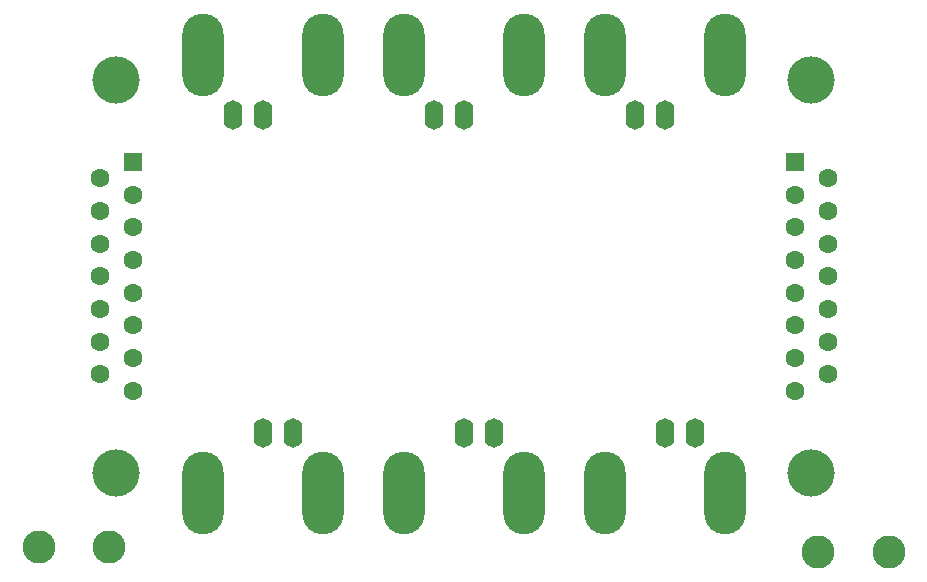
<source format=gbr>
%TF.GenerationSoftware,KiCad,Pcbnew,(5.1.10)-1*%
%TF.CreationDate,2022-04-27T21:55:14-04:00*%
%TF.ProjectId,Macintosh II Video Breakout,4d616369-6e74-46f7-9368-204949205669,rev?*%
%TF.SameCoordinates,Original*%
%TF.FileFunction,Soldermask,Top*%
%TF.FilePolarity,Negative*%
%FSLAX46Y46*%
G04 Gerber Fmt 4.6, Leading zero omitted, Abs format (unit mm)*
G04 Created by KiCad (PCBNEW (5.1.10)-1) date 2022-04-27 21:55:14*
%MOMM*%
%LPD*%
G01*
G04 APERTURE LIST*
%ADD10O,1.600000X2.500000*%
%ADD11O,3.500000X7.000000*%
%ADD12C,2.800000*%
%ADD13C,4.000000*%
%ADD14C,1.600000*%
%ADD15R,1.600000X1.600000*%
G04 APERTURE END LIST*
D10*
%TO.C,J1*%
X65460000Y-60000000D03*
X68000000Y-60000000D03*
D11*
X73080000Y-54920000D03*
X62920000Y-54920000D03*
%TD*%
D12*
%TO.C,TP4*%
X121000000Y-97000000D03*
%TD*%
%TO.C,TP3*%
X115000000Y-97000000D03*
%TD*%
%TO.C,TP2*%
X55000000Y-96645001D03*
%TD*%
%TO.C,TP1*%
X49000000Y-96645001D03*
%TD*%
D13*
%TO.C,J8*%
X114420000Y-57045000D03*
X114420000Y-90345000D03*
D14*
X115840000Y-82005000D03*
X115840000Y-79235000D03*
X115840000Y-76465000D03*
X115840000Y-73695000D03*
X115840000Y-70925000D03*
X115840000Y-68155000D03*
X115840000Y-65385000D03*
X113000000Y-83390000D03*
X113000000Y-80620000D03*
X113000000Y-77850000D03*
X113000000Y-75080000D03*
X113000000Y-72310000D03*
X113000000Y-69540000D03*
X113000000Y-66770000D03*
D15*
X113000000Y-64000000D03*
%TD*%
D13*
%TO.C,J7*%
X55580000Y-90345000D03*
X55580000Y-57045000D03*
D14*
X54160000Y-82005000D03*
X54160000Y-79235000D03*
X54160000Y-76465000D03*
X54160000Y-73695000D03*
X54160000Y-70925000D03*
X54160000Y-68155000D03*
X54160000Y-65385000D03*
X57000000Y-83390000D03*
X57000000Y-80620000D03*
X57000000Y-77850000D03*
X57000000Y-75080000D03*
X57000000Y-72310000D03*
X57000000Y-69540000D03*
X57000000Y-66770000D03*
D15*
X57000000Y-64000000D03*
%TD*%
D10*
%TO.C,J6*%
X104540000Y-87000000D03*
X102000000Y-87000000D03*
D11*
X96920000Y-92080000D03*
X107080000Y-92080000D03*
%TD*%
D10*
%TO.C,J5*%
X87540000Y-87000000D03*
X85000000Y-87000000D03*
D11*
X79920000Y-92080000D03*
X90080000Y-92080000D03*
%TD*%
D10*
%TO.C,J4*%
X70540000Y-87000000D03*
X68000000Y-87000000D03*
D11*
X62920000Y-92080000D03*
X73080000Y-92080000D03*
%TD*%
D10*
%TO.C,J3*%
X99460000Y-60000000D03*
X102000000Y-60000000D03*
D11*
X107080000Y-54920000D03*
X96920000Y-54920000D03*
%TD*%
D10*
%TO.C,J2*%
X82460000Y-60000000D03*
X85000000Y-60000000D03*
D11*
X90080000Y-54920000D03*
X79920000Y-54920000D03*
%TD*%
M02*

</source>
